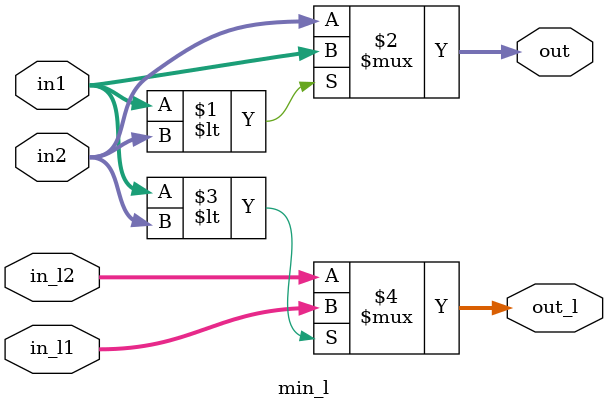
<source format=sv>
`timescale 1ns / 1ps


module min_l
    #(parameter int N = 8) (
    input logic [N-1:0] in1,
    input logic [N-1:0] in2,
    input logic [$clog2(N+1)-1:0] in_l1,
    input logic [$clog2(N+1)-1:0] in_l2,
    output logic [N-1:0] out,
    output logic [$clog2(N+1)-1:0] out_l
    );
    
    assign out = (in1 < in2) ? in1 : in2;
    assign out_l = (in1 < in2) ? in_l1 : in_l2;
    
endmodule

</source>
